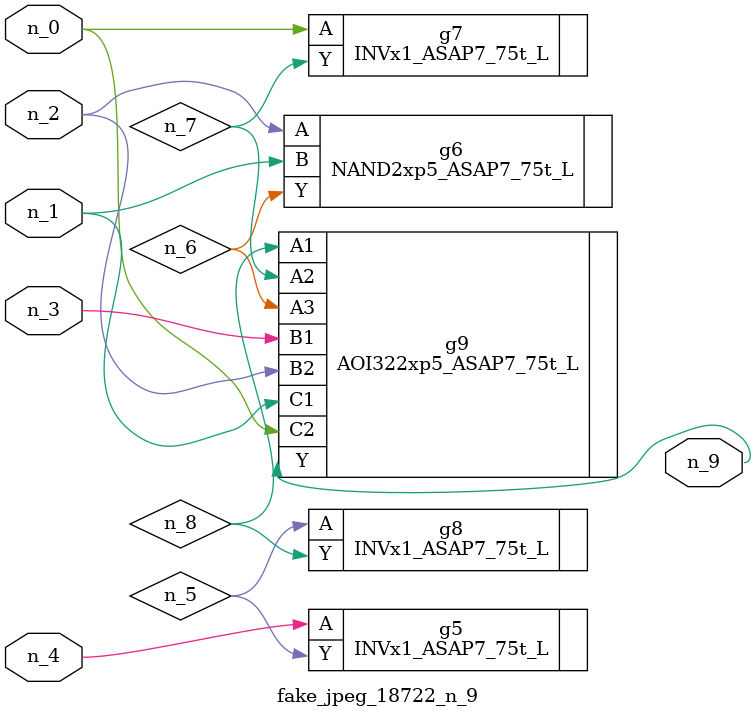
<source format=v>
module fake_jpeg_18722_n_9 (n_3, n_2, n_1, n_0, n_4, n_9);

input n_3;
input n_2;
input n_1;
input n_0;
input n_4;

output n_9;

wire n_8;
wire n_6;
wire n_5;
wire n_7;

INVx1_ASAP7_75t_L g5 ( 
.A(n_4),
.Y(n_5)
);

NAND2xp5_ASAP7_75t_L g6 ( 
.A(n_2),
.B(n_1),
.Y(n_6)
);

INVx1_ASAP7_75t_L g7 ( 
.A(n_0),
.Y(n_7)
);

INVx1_ASAP7_75t_L g8 ( 
.A(n_5),
.Y(n_8)
);

AOI322xp5_ASAP7_75t_L g9 ( 
.A1(n_8),
.A2(n_7),
.A3(n_6),
.B1(n_3),
.B2(n_2),
.C1(n_1),
.C2(n_0),
.Y(n_9)
);


endmodule
</source>
